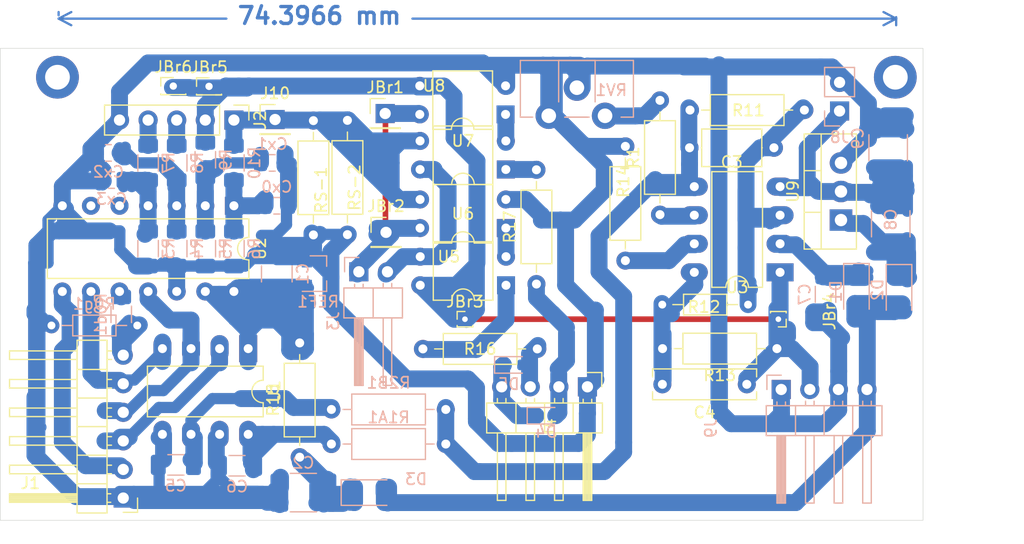
<source format=kicad_pcb>
(kicad_pcb (version 20240108) (generator "pcbnew") (generator_version "8.0")
  (layers (0 "F.Cu" signal) (31 "B.Cu" signal) (34 "B.Paste" user) (35 "F.Paste" user) (36 "B.SilkS" user "B.Silkscreen") (37 "F.SilkS" user "F.Silkscreen") (38 "B.Mask" user) (39 "F.Mask" user) (44 "Edge.Cuts" user))
  (net 0 "")
  (net 1 "GND")
  (net 2 "Net-(REF1-VR)")
  (net 3 "Net-(D3-K)")
  (net 4 "Net-(U3-OutB)")
  (net 5 "Net-(U3--InB)")
  (net 6 "Net-(J2-Pin_2)")
  (net 7 "Net-(U3--InA)")
  (net 8 "Net-(U1-VA)")
  (net 9 "Net-(U1-VB)")
  (net 10 "Net-(D1-K)")
  (net 11 "Net-(D2-K)")
  (net 12 "Net-(R16-Pad2)")
  (net 13 "Net-(R17-Pad2)")
  (net 14 "Net-(U2-CH0)")
  (net 15 "Net-(U2-CH1)")
  (net 16 "Net-(U2-CH2)")
  (net 17 "Net-(U2-CH3)")
  (net 18 "VSS")
  (net 19 "-5V")
  (net 20 "Net-(D4-K)")
  (net 21 "Net-(D4-A)")
  (net 22 "Net-(D5-A)")
  (net 23 "Net-(J1-Pin_2)")
  (net 24 "Net-(J1-Pin_3)")
  (net 25 "Net-(J1-Pin_4)")
  (net 26 "Net-(U7-Pad2)")
  (net 27 "Net-(U2-Dout)")
  (net 28 "Net-(J1-Pin_5)")
  (net 29 "Net-(J1-Pin_6)")
  (net 30 "Net-(J10-Pin_1)")
  (net 31 "Net-(J2-Pin_3)")
  (net 32 "Net-(J2-Pin_4)")
  (net 33 "Net-(J3-Pin_1)")
  (net 34 "Net-(J3-Pin_2)")
  (net 35 "Net-(U3-+InA)")
  (net 36 "Net-(U3-+InB)")
  (net 39 "Net-(R1-Pad2)")
  (net 40 "Net-(U5-Pad2)")
  (footprint "Capacitor_THT:C_Axial_L5.1mm_D3.1mm_P7.50mm_Horizontal" (layer "F.Cu") (at 140.6814 36.7538 180)
    (property "Reference" "C3")
    (property "Value" "10pF")
  )
  (footprint "Connector_PinHeader_2.54mm:PinHeader_1x06_P2.54mm_Horizontal" (layer "F.Cu") (at 82.8802 67.8942 180)
    (property "Reference" "J1")
    (property "Value" "Conn_SPI_Gnd")
  )
  (footprint "Resistor_THT:R_Axial_DIN0207_L6.3mm_D2.5mm_P10.16mm_Horizontal" (layer "F.Cu") (at 143.383 33.401 180)
    (property "Reference" "R11")
    (property "Value" "4k")
  )
  (footprint "Resistor_THT:R_Axial_DIN0207_L6.3mm_D2.5mm_P10.16mm_Horizontal" (layer "F.Cu") (at 102.7938 44.4754 90)
    (property "Reference" "RS-2")
    (property "Value" "100")
  )
  (footprint "Resistor_THT:R_Axial_DIN0207_L6.3mm_D2.5mm_P10.16mm_Horizontal" (layer "F.Cu") (at 119.6594 54.6354 180)
    (property "Reference" "R16")
    (property "Value" "680")
  )
  (footprint "Resistor_THT:R_Axial_DIN0207_L6.3mm_D2.5mm_P10.16mm_Horizontal" (layer "F.Cu") (at 98.552 64.262 90)
    (property "Reference" "R15")
    (property "Value" "2.7k")
  )
  (footprint "Package_DIP:DIP-14_W7.62mm" (layer "F.Cu") (at 92.71 41.91 -90)
    (property "Reference" "U2")
    (property "Value" "MCP3204")
  )
  (footprint "Package_DIP:DIP-8_W7.62mm_LongPads" (layer "F.Cu") (at 141.224 47.8282 180)
    (property "Reference" "U3")
    (property "Value" "TCA0372")
  )
  (footprint "Package_DIP:DIP-4_W7.62mm" (layer "F.Cu") (at 116.8654 43.8912 180)
    (property "Reference" "U6")
    (property "Value" "TLP222A")
  )
  (footprint "Package_DIP:DIP-4_W7.62mm" (layer "F.Cu") (at 116.8808 48.9762 180)
    (property "Reference" "U5")
    (property "Value" "TLP222A")
  )
  (footprint "Package_DIP:DIP-8_W7.62mm_LongPads" (layer "F.Cu") (at 93.98 54.61 -90)
    (property "Reference" "U1")
    (property "Value" "MCP4822")
  )
  (footprint "Connector_PinHeader_2.54mm:PinHeader_1x05_P2.54mm_Vertical" (layer "F.Cu") (at 92.71 34.29 -90)
    (property "Reference" "J2")
    (property "Value" "Conn_ADC_0_3_Gnd")
  )
  (footprint "Resistor_THT:R_Axial_DIN0207_L6.3mm_D2.5mm_P10.16mm_Horizontal" (layer "F.Cu") (at 127.4826 46.7868 90)
    (property "Reference" "R14")
    (property "Value" "10k")
  )
  (footprint "Resistor_THT:R_Axial_DIN0207_L6.3mm_D2.5mm_P10.16mm_Horizontal" (layer "F.Cu") (at 99.7712 44.5008 90)
    (property "Reference" "RS-1")
    (property "Value" "100")
  )
  (footprint "Package_TO_SOT_THT:TO-220-3_Vertical" (layer "F.Cu") (at 146.6342 43.18 90)
    (property "Reference" "U9")
    (property "Value" "LMO78_05-0.5")
  )
  (footprint "Resistor_THT:R_Axial_DIN0204_L3.6mm_D1.6mm_P7.62mm_Horizontal" (layer "F.Cu") (at 138.3792 50.6984 180)
    (property "Reference" "R12")
    (property "Value" "10k")
  )
  (footprint "Connector_PinHeader_2.54mm:PinHeader_1x01_P2.54mm_Vertical" (layer "F.Cu") (at 96.3676 34.2392)
    (property "Reference" "J10")
    (property "Value" "ADC0")
  )
  (footprint "Resistor_THT:R_Axial_DIN0207_L6.3mm_D2.5mm_P10.16mm_Horizontal" (layer "F.Cu") (at 119.5832 48.8696 90)
    (property "Reference" "R17")
    (property "Value" "680")
  )
  (footprint "Package_DIP:DIP-4_W7.62mm" (layer "F.Cu") (at 116.8654 38.6842 180)
    (property "Reference" "U7")
    (property "Value" "TLP222A")
  )
  (footprint "Package_DIP:DIP-4_W7.62mm" (layer "F.Cu") (at 116.84 33.787 180)
    (property "Reference" "U8")
    (property "Value" "TLP222A")
  )
  (footprint "Capacitor_THT:C_Rect_L9.0mm_W2.5mm_P7.50mm_MKT" (layer "F.Cu") (at 138.2684 57.785 180)
    (property "Reference" "C4")
    (property "Value" "10pF")
  )
  (footprint "Connector_PinHeader_2.54mm:PinHeader_1x04_P2.54mm_Horizontal" (layer "F.Cu") (at 124.1138 58.0054 -90)
    (property "Reference" "J4")
    (property "Value" "SW_Pow_N_P_Gnd")
  )
  (footprint "Resistor_THT:R_Axial_DIN0207_L6.3mm_D2.5mm_P10.16mm_Horizontal" (layer "F.Cu") (at 140.9446 54.61 180)
    (property "Reference" "R13")
    (property "Value" "50k")
  )
  (footprint "Connector_PinHeader_2.54mm:PinHeader_1x01_P2.54mm_Vertical" (layer "F.Cu") (at 106.1466 33.7058)
    (property "Reference" "JBr1")
    (property "Value" "U8_4")
  )
  (footprint "Connector_PinHeader_2.54mm:PinHeader_1x01_P2.54mm_Vertical" (layer "F.Cu") (at 106.2228 44.2722)
    (property "Reference" "JBr2")
    (property "Value" "U6_4")
  )
  (footprint "Connector_PinHeader_1.00mm:PinHeader_1x01_P1.00mm_Vertical" (layer "F.Cu") (at 113.2332 51.9938)
    (property "Reference" "JBr3")
    (property "Value" "U5_4")
  )
  (footprint "Connector_PinHeader_1.00mm:PinHeader_1x01_P1.00mm_Vertical" (layer "F.Cu") (at 141.0716 51.9938 180)
    (property "Reference" "JBr4")
    (property "Value" "OutA")
  )
  (footprint "MountingHole:MountingHole_2.2mm_M2_DIN965_Pad" (layer "F.Cu") (at 77.0382 30.48)
    (property "Reference" "" (hide yes))
    (property "Value" "M2")
  )
  (footprint "MountingHole:MountingHole_2.2mm_M2_DIN965_Pad" (layer "F.Cu") (at 151.4602 30.48)
    (property "Reference" "" (hide yes))
    (property "Value" "M2")
  )
  (footprint "Connector_PinHeader_1.27mm:PinHeader_1x01_P1.27mm_Vertical" (layer "F.Cu") (at 90.5002 31.2928)
    (property "Reference" "JBr5")
    (property "Value" "OutA")
  )
  (footprint "Resistor_THT:R_Axial_DIN0207_L6.3mm_D2.5mm_P10.16mm_Horizontal" (layer "F.Cu") (at 130.556 42.6974 90)
    (property "Reference" "R1")
    (property "Value" "499")
  )
  (footprint "Connector_PinHeader_1.27mm:PinHeader_1x01_P1.27mm_Vertical" (layer "F.Cu") (at 87.3252 31.2674)
    (property "Reference" "JBr6")
    (property "Value" "OutA")
  )
  (footprint "Capacitor_SMD:C_1210_3225Metric_Pad1.33x2.70mm_HandSolder" (layer "B.Cu") (at 96.52 47.9675 90)
    (property "Reference" "C1")
    (property "Value" "10uF")
  )
  (footprint "Capacitor_SMD:C_1812_4532Metric_Pad1.57x3.40mm_HandSolder" (layer "B.Cu") (at 98.8822 67.4116 180)
    (property "Reference" "C2")
    (property "Value" "10uF")
  )
  (footprint "Resistor_SMD:R_1206_3216Metric_Pad1.30x1.75mm_HandSolder" (layer "B.Cu") (at 85.09 45.72 90)
    (property "Reference" "R3")
    (property "Value" "10k")
  )
  (footprint "Resistor_SMD:R_1206_3216Metric_Pad1.30x1.75mm_HandSolder" (layer "B.Cu") (at 87.63 45.72 90)
    (property "Reference" "R4")
    (property "Value" "10k")
  )
  (footprint "Resistor_SMD:R_1206_3216Metric_Pad1.30x1.75mm_HandSolder" (layer "B.Cu") (at 90.17 45.72 90)
    (property "Reference" "R5")
    (property "Value" "10k")
  )
  (footprint "Resistor_SMD:R_1206_3216Metric_Pad1.30x1.75mm_HandSolder" (layer "B.Cu") (at 92.71 45.72 90)
    (property "Reference" "R6")
    (property "Value" "10k")
  )
  (footprint "Resistor_SMD:R_1206_3216Metric_Pad1.30x1.75mm_HandSolder" (layer "B.Cu") (at 85.09 38.1 90)
    (property "Reference" "R7")
    (property "Value" "10k")
  )
  (footprint "Resistor_SMD:R_1206_3216Metric_Pad1.30x1.75mm_HandSolder" (layer "B.Cu") (at 87.63 38.1 90)
    (property "Reference" "R8")
    (property "Value" "20k")
  )
  (footprint "Resistor_SMD:R_1206_3216Metric_Pad1.30x1.75mm_HandSolder" (layer "B.Cu") (at 90.17 37.82 90)
    (property "Reference" "R9")
    (property "Value" "20k")
  )
  (footprint "Resistor_SMD:R_1206_3216Metric_Pad1.30x1.75mm_HandSolder" (layer "B.Cu") (at 92.71 38.1 90)
    (property "Reference" "R10")
    (property "Value" "10k")
  )
  (footprint "Package_TO_SOT_SMD:SOT-23" (layer "B.Cu") (at 100.187 47.94)
    (property "Reference" "REF1")
    (property "Value" "ZRB500_5")
  )
  (footprint "Capacitor_SMD:C_1206_3216Metric_Pad1.33x1.80mm_HandSolder" (layer "B.Cu") (at 87.5538 64.9478)
    (property "Reference" "C5")
    (property "Value" "10nF")
  )
  (footprint "Capacitor_SMD:C_1206_3216Metric_Pad1.33x1.80mm_HandSolder" (layer "B.Cu") (at 92.9894 65.024)
    (property "Reference" "C6")
    (property "Value" "10nF")
  )
  (footprint "Capacitor_SMD:C_1206_3216Metric_Pad1.33x1.80mm_HandSolder" (layer "B.Cu") (at 145.2626 49.784 -90)
    (property "Reference" "C7")
    (property "Value" "10uF")
  )
  (footprint "Diode_SMD:D_1206_3216Metric_Pad1.42x1.75mm_HandSolder" (layer "B.Cu") (at 148.0058 49.5046 -90)
    (property "Reference" "D1")
    (property "Value" "Shottky")
  )
  (footprint "Connector_PinHeader_2.54mm:PinHeader_1x02_P2.54mm_Horizontal" (layer "B.Cu") (at 103.8098 47.7774 -90)
    (property "Reference" "J3")
    (property "Value" "Conn_C_E")
  )
  (footprint "Connector_PinHeader_2.54mm:PinHeader_1x02_P2.54mm_Vertical" (layer "B.Cu") (at 146.5072 33.4822)
    (property "Reference" "J8")
    (property "Value" "Conn_Gnd-5V")
  )
  (footprint "Diode_SMD:D_1206_3216Metric_Pad1.42x1.75mm_HandSolder" (layer "B.Cu") (at 151.7904 49.5951 -90)
    (property "Reference" "D2")
    (property "Value" "Shottky")
  )
  (footprint "Capacitor_SMD:C_0805_2012Metric_Pad1.18x1.45mm_HandSolder" (layer "B.Cu") (at 96.52 41.91 180)
    (property "Reference" "Cx0")
    (property "Value" "10nF")
  )
  (footprint "Capacitor_SMD:C_0805_2012Metric_Pad1.18x1.45mm_HandSolder" (layer "B.Cu") (at 96.1125 38.1 180)
    (property "Reference" "Cx1")
    (property "Value" "10nF")
  )
  (footprint "Capacitor_SMD:C_1812_4532Metric_Pad1.57x3.40mm_HandSolder" (layer "B.Cu") (at 151.0538 43.5102 90)
    (property "Reference" "C8")
    (property "Value" "20uF")
  )
  (footprint "Capacitor_SMD:C_1812_4532Metric_Pad1.57x3.40mm_HandSolder" (layer "B.Cu") (at 150.8252 36.7538 -90)
    (property "Reference" "C9")
    (property "Value" "20uF")
  )
  (footprint "Resistor_THT:R_Axial_DIN0207_L6.3mm_D2.5mm_P10.16mm_Horizontal" (layer "B.Cu") (at 111.5314 63.0936 180)
    (property "Reference" "R1A1")
    (property "Value" "20k")
  )
  (footprint "Resistor_THT:R_Axial_DIN0207_L6.3mm_D2.5mm_P10.16mm_Horizontal" (layer "B.Cu") (at 111.5314 60.0202 180)
    (property "Reference" "R2B1")
    (property "Value" "2k")
  )
  (footprint "Connector_PinHeader_2.54mm:PinHeader_1x04_P2.54mm_Horizontal" (layer "B.Cu") (at 141.3256 58.2422 -90)
    (property "Reference" "J9")
    (property "Value" "Conn_Gnd_OutA_Gnd_15V")
  )
  (footprint "Diode_SMD:D_1206_3216Metric_Pad1.42x1.75mm_HandSolder" (layer "B.Cu") (at 104.6988 67.4116)
    (property "Reference" "D3")
    (property "Value" "Shottky")
  )
  (footprint "Potentiometer_THT:Potentiometer_ACP_CA9-H2,5_Horizontal" (layer "B.Cu") (at 125.6754 33.909 90)
    (property "Reference" "RV1")
    (property "Value" "500")
  )
  (footprint "Diode_SMD:D_0603_1608Metric_Pad1.05x0.95mm_HandSolder" (layer "B.Cu") (at 120.4214 60.579)
    (property "Reference" "D4")
    (property "Value" "Shottky")
  )
  (footprint "Resistor_SMD:R_1206_3216Metric_Pad1.30x1.75mm_HandSolder" (layer "B.Cu") (at 82.7024 51.5614 -90)
    (property "Reference" "R0d1")
    (property "Value" "5k")
  )
  (footprint "Capacitor_SMD:C_0805_2012Metric_Pad1.18x1.45mm_HandSolder" (layer "B.Cu") (at 81.5594 37.211)
    (property "Reference" "Cx2")
    (property "Value" "10nF")
  )
  (footprint "Diode_SMD:D_0603_1608Metric_Pad1.05x0.95mm_HandSolder" (layer "B.Cu") (at 117.5258 56.0578)
    (property "Reference" "D5")
    (property "Value" "Shottky")
  )
  (footprint "Capacitor_SMD:C_0805_2012Metric_Pad1.18x1.45mm_HandSolder" (layer "B.Cu") (at 81.8388 39.624)
    (property "Reference" "Cx3")
    (property "Value" "10nF")
  )
  (footprint "Resistor_THT:R_Axial_DIN0204_L3.6mm_D1.6mm_P7.62mm_Horizontal" (layer "B.Cu") (at 84.1248 52.5526 180)
    (property "Reference" "R0g1")
    (property "Value" "10k")
  )
  (gr_rect (start 71.9582 27.9146) (end 153.924 69.8754) (stroke (width 0.05)) (fill none) (layer "Edge.Cuts"))
  (dimension (type orthogonal) (layer "B.Cu") (pts (xy 77.1398 25.4762) (xy 151.5364 24.638)) (height -0.2032) (orientation 0) (gr_text "74,3966 mm" (at 100.3046 25.019 0) (layer "B.Cu") (effects (font (size 1.5 1.5) (thickness 0.3)))) (format (prefix "") (suffix "") (units 3) (units_format 1) (precision 4)) (style (thickness 0.2) (arrow_length 1.27) (text_position_mode 2) (extension_height 0.58642) (extension_offset 0.5) keep_text_aligned))
  (segment (start 75.21 45.44) (end 75.21 64.2626) (width 1.5) (layer "B.Cu") (net 1))
  (segment (start 77.47 41.91) (end 77.47 41.0475) (width 1) (layer "B.Cu") (net 1))
  (segment (start 146.129475 53.082725) (end 145.786575 52.739825) (width 1.5) (layer "B.Cu") (net 1))
  (segment (start 122.5804 29.4132) (end 121.0564 29.4132) (width 1.5) (layer "B.Cu") (net 1))
  (segment (start 122.174 48.9712) (end 124.3838 51.181) (width 1.5) (layer "B.Cu") (net 1))
  (segment (start 149.0726 35.9537) (end 149.0726 32.7787) (width 1.5) (layer "B.Cu") (net 1))
  (segment (start 123.6472 29.9466) (end 124.1044 29.4894) (width 1.5) (layer "B.Cu") (net 1))
  (segment (start 96.8502 66.0439) (end 96.8502 66.9544) (width 1.5) (layer "B.Cu") (net 1))
  (segment (start 80.01 38.1) (end 80.01 36.83) (width 1.5) (layer "B.Cu") (net 1))
  (segment (start 125.603 38.3286) (end 123.7234 36.449) (width 1.5) (layer "B.Cu") (net 1))
  (segment (start 124.1044 60.3648) (end 124.1044 62.2808) (width 1.5) (layer "B.Cu") (net 1))
  (segment (start 97.5575 38.6825) (end 97.5575 41.91) (width 1.5) (layer "B.Cu") (net 1))
  (segment (start 121.173 29.5298) (end 121.0564 29.4132) (width 1.5) (layer "B.Cu") (net 1))
  (segment (start 75.21 45.44) (end 76.2 44.45) (width 1.5) (layer "B.Cu") (net 1))
  (segment (start 82.55 67.31) (end 83.82 67.31) (width 1) (layer "B.Cu") (net 1))
  (segment (start 77.47 41.91) (end 77.7494 42.1894) (width 1.5) (layer "B.Cu") (net 1))
  (segment (start 125.603 40.5384) (end 125.603 40.3352) (width 1.5) (layer "B.Cu") (net 1))
  (segment (start 78.1315 39.5235) (end 80.4175 37.2375) (width 1.5) (layer "B.Cu") (net 1))
  (segment (start 101.33 47.26) (end 101.33 45.99) (width 1) (layer "B.Cu") (net 1))
  (segment (start 91.1475 64.77) (end 91.1475 65.7475) (width 1) (layer "B.Cu") (net 1))
  (segment (start 97.3825 41.91) (end 97.3825 43.5875) (width 1) (layer "B.Cu") (net 1))
  (segment (start 95.5294 68.1736) (end 96.5454 67.1576) (width 1.5) (layer "B.Cu") (net 1))
  (segment (start 125.603 40.5384) (end 125.603 38.3286) (width 1.5) (layer "B.Cu") (net 1))
  (segment (start 100.83 47.76) (end 101.33 48.26) (width 1) (layer "B.Cu") (net 1))
  (segment (start 80.9879 35.8521) (end 82.55 34.29) (width 1.5) (layer "B.Cu") (net 1))
  (segment (start 82.7278 67.7672) (end 78.7146 67.7672) (width 1.5) (layer "B.Cu") (net 1))
  (segment (start 91.1475 65.7475) (end 91.1475 66.3325) (width 1) (layer "B.Cu") (net 1))
  (segment (start 146.431 58.1406) (end 146.431 56.6166) (width 1.5) (layer "B.Cu") (net 1))
  (segment (start 97.3825 43.5875) (end 96.43 44.54) (width 1) (layer "B.Cu") (net 1))
  (segment (start 145.4912 51.1941) (end 145.4912 52.44445) (width 1.5) (layer "B.Cu") (net 1))
  (segment (start 121.0564 29.4132) (end 120.1674 29.4132) (width 1.5) (layer "B.Cu") (net 1))
  (segment (start 120.6754 33.909) (end 120.6754 29.9212) (width 1.5) (layer "B.Cu") (net 1))
  (segment (start 135.7944 29.3723) (end 135.7944 50.5908) (width 1.5) (layer "B.Cu") (net 1))
  (segment (start 136.8806 61.2902) (end 135.8392 60.2488) (width 1.5) (layer "B.Cu") (net 1))
  (segment (start 119.196663 41.929863) (end 118.618 41.3512) (width 1.5) (layer "B.Cu") (net 1))
  (segment (start 124.1138 58.0054) (end 124.1138 60.3554) (width 1.5) (layer "B.Cu") (net 1))
  (segment (start 81.1061 39.7002) (end 78.3082 39.7002) (width 1.5) (layer "B.Cu") (net 1))
  (segment (start 123.1754 31.409) (end 123.1754 30.0082) (width 1.5) (layer "B.Cu") (net 1))
  (segment (start 75.037 51.5166) (end 75.037 51.1556) (width 1.5) (layer "B.Cu") (net 1))
  (segment (start 97.2566 38.3816) (end 97.2566 37.2618) (width 1.5) (layer "B.Cu") (net 1))
  (segment (start 77.47 41.91) (end 79.7052 44.1452) (width 1) (layer "B.Cu") (net 1))
  (segment (start 96.43 44.54) (end 95.16 44.54) (width 1) (layer "B.Cu") (net 1))
  (segment (start 92.71 67.31) (end 91.44 67.31) (width 1) (layer "B.Cu") (net 1))
  (segment (start 76.2254 52.3494) (end 75.8698 52.3494) (width 1.5) (layer "B.Cu") (net 1))
  (segment (start 121.173 33.931) (end 121.173 29.5298) (width 1.5) (layer "B.Cu") (net 1))
  (segment (start 97.5575 38.6825) (end 97.2566 38.3816) (width 1.5) (layer "B.Cu") (net 1))
  (segment (start 145.831631 29.56755) (end 144.8308 29.56755) (width 1.5) (layer "B.Cu") (net 1))
  (segment (start 144.2081 52.3109) (end 145.35765 52.3109) (width 1.5) (layer "B.Cu") (net 1))
  (segment (start 77.7494 43.5864) (end 77.1906 44.1452) (width 1.5) (layer "B.Cu") (net 1))
  (segment (start 150.31915 34.16105) (end 150.38265 34.22455) (width 1.5) (layer "B.Cu") (net 1))
  (segment (start 81.1061 39.7002) (end 81.1061 38.7886) (width 1) (layer "B.Cu") (net 1))
  (segment (start 120.1674 29.4132) (end 115.0062 29.4132) (width 1.5) (layer "B.Cu") (net 1))
  (segment (start 76.2 46.99) (end 74.93 46.99) (width 1) (layer "B.Cu") (net 1))
  (segment (start 75.037 64.0896) (end 75.037 58.908) (width 1.5) (layer "B.Cu") (net 1))
  (segment (start 144.8308 29.56755) (end 132.68765 29.56755) (width 1.5) (layer "B.Cu") (net 1))
  (segment (start 98.0571 46.0379) (end 98.3996 46.3804) (width 1.5) (layer "B.Cu") (net 1))
  (segment (start 96.52 45.4275) (end 99.3075 45.4275) (width 1.5) (layer "B.Cu") (net 1))
  (segment (start 83.82 67.31) (end 86.36 67.31) (width 1) (layer "B.Cu") (net 1))
  (segment (start 83.87275 68.1228) (end 95.45125 68.1228) (width 1.5) (layer "B.Cu") (net 1))
  (segment (start 77.7494 42.1894) (end 77.7494 43.5864) (width 1.5) (layer "B.Cu") (net 1))
  (segment (start 91.1475 64.77) (end 91.1475 62.5225) (width 1.5) (layer "B.Cu") (net 1))
  (segment (start 123.8688 36.6268) (end 121.173 33.931) (width 1.5) (layer "B.Cu") (net 1))
  (segment (start 76.5048 44.1452) (end 76.2 44.45) (width 1.5) (layer "B.Cu") (net 1))
  (segment (start 99.6442 46.1928) (end 99.6442 44.3328) (width 1.5) (layer "B.Cu") (net 1))
  (segment (start 149.0726 35.9537) (end 148.7805 35.9537) (width 1.5) (layer "B.Cu") (net 1))
  (segment (start 146.69155 53.6448) (end 146.129475 53.082725) (width 1.5) (layer "B.Cu") (net 1))
  (segment (start 116.205 63.0428) (end 116.205 62.8396) (width 1.5) (layer "B.Cu") (net 1))
  (segment (start 95.65835 68.2752) (end 96.82285 68.2752) (width 1.5) (layer "B.Cu") (net 1))
  (segment (start 80.5219 37.211) (end 80.5219 38.96805) (width 1) (layer "B.Cu") (net 1))
  (segment (start 75.8698 52.3494) (end 75.037 51.5166) (width 1.5) (layer "B.Cu") (net 1))
  (segment (start 135.8392 56.1086) (end 135.8392 59.3852) (width 1.5) (layer "B.Cu") (net 1))
  (segment (start 91.1475 66.3325) (end 90.17 67.31) (width 1) (layer "B.Cu") (net 1))
  (segment (start 86.36 67.31) (end 90.17 67.31) (width 1) (layer "B.Cu") (net 1))
  (segment (start 80.4175 36.4225) (end 80.9879 35.8521) (width 1.5) (layer "B.Cu") (net 1))
  (segment (start 135.8392 59.3852) (end 135.8392 60.2488) (width 1.5) (layer "B.Cu") (net 1))
  (segment (start 93.7 47.27) (end 94.615 46.355) (width 1) (layer "B.Cu") (net 1))
  (segment (start 150.5712 33.909) (end 152.3492 33.909) (width 1.5) (layer "B.Cu") (net 1))
  (segment (start 122.174 43.6372) (end 122.174 48.9712) (width 1.5) (layer "B.Cu") (net 1))
  (segment (start 76.2 46.99) (end 76.2 44.45) (width 1) (layer "B.Cu") (net 1))
  (segment (start 77.47 40.185) (end 78.1315 39.5235) (width 1.5) (layer "B.Cu") (net 1))
  (segment (start 148.7805 35.9537) (end 146.6342 38.1) (width 1.5) (layer "B.Cu") (net 1))
  (segment (start 90.17 67.31) (end 91.44 67.31) (width 1) (layer "B.Cu") (net 1))
  (segment (start 145.2626 51.3465) (end 144.2081 51.3465) (width 1.5) (layer "B.Cu") (net 1))
  (segment (start 148.8694 32.605319) (end 145.831631 29.56755) (width 1.5) (layer "B.Cu") (net 1))
  (segment (start 93.98 67.31) (end 92.71 67.31) (width 1) (layer "B.Cu") (net 1))
  (segment (start 97.79 38.1) (end 97.79 41.5025) (width 1) (layer "B.Cu") (net 1))
  (segment (start 77.1906 44.1452) (end 76.5048 44.1452) (width 1.5) (layer "B.Cu") (net 1))
  (segment (start 80.5219 37.211) (end 80.5219 36.5269) (width 1) (layer "B.Cu") (net 1))
  (segment (start 121.7168 43.18) (end 122.174 43.6372) (width 1.5) (layer "B.Cu") (net 1))
  (segment (start 86.0675 62.5225) (end 86.36 62.23) (width 1.5) (layer "B.Cu") (net 1))
  (segment (start 82.5754 45.7968) (end 84.0486 47.27) (width 1) (layer "B.Cu") (net 1))
  (segment (start 87.63 47.27) (end 92.71 47.27) (width 1) (layer "B.Cu") (net 1))
  (segment (start 80.4175 38.1) (end 80.4175 36.4225) (width 1.5) (layer "B.Cu") (net 1))
  (segment (start 146.69155 53.6448) (end 145.786575 52.739825) (width 1.5) (layer "B.Cu") (net 1))
  (segment (start 81.1061 38.7886) (end 80.4175 38.1) (width 1.5) (layer "B.Cu") (net 1))
  (segment (start 76.2 43.18) (end 77.47 41.91) (width 1) (layer "B.Cu") (net 1))
  (segment (start 123.3424 63.0428) (end 117.3734 63.0428) (width 1.5) (layer "B.Cu") (net 1))
  (segment (start 124.8156 51.181) (end 124.8156 56.896) (width 1.5) (layer "B.Cu") (net 1))
  (segment (start 78.3082 39.7002) (end 78.1315 39.5235) (width 1.5) (layer "B.Cu") (net 1))
  (segment (start 76.2 44.45) (end 76.2 43.18) (width 1) (layer "B.Cu") (net 1))
  (segment (start 122.9614 43.18) (end 121.7168 43.18) (width 1.5) (layer "B.Cu") (net 1))
  (segment (start 86.0675 67.0175) (end 86.36 67.31) (width 1) (layer "B.Cu") (net 1))
  (segment (start 80.7466 40.05525) (end 80.7466 39.19275) (width 1) (layer "B.Cu") (net 1))
  (segment (start 145.786575 52.739825) (end 145.542 52.49525) (width 1.5) (layer "B.Cu") (net 1))
  (segment (start 91.1475 66.3325) (end 91.1475 64.77) (width 1) (layer "B.Cu") (net 1))
  (segment (start 114.2492 58.0644) (end 113.4872 57.3024) (width 1.5) (layer "B.Cu") (net 1))
  (segment (start 87.63 47.27) (end 84.0486 47.27) (width 1) (layer "B.Cu") (net 1))
  (segment (start 92.71 47.27) (end 93.7 47.27) (width 1) (layer "B.Cu") (net 1))
  (segment (start 80.5219 36.5269) (end 80.4175 36.4225) (width 1) (layer "B.Cu") (net 1))
  (segment (start 127.4826 36.6268) (end 123.8688 36.6268) (width 1.5) (layer "B.Cu") (net 1))
  (segment (start 100.0375 46.6975) (end 100.0375 44.7425) (width 1) (layer "B.Cu") (net 1))
  (segment (start 100.33 46.405) (end 100.0375 46.6975) (width 1) (layer "B.Cu") (net 1))
  (segment (start 124.1044 58.1162) (end 124.8664 57.3542) (width 1.5) (layer "B.Cu") (net 1))
  (segment (start 152.2476 33.9598) (end 152.2476 35.2083) (width 1.5) (layer "B.Cu") (net 1))
  (segment (start 101.33 48.26) (end 101.33 49.784) (width 1.5) (layer "B.Cu") (net 1))
  (segment (start 146.431 53.38425) (end 145.786575 52.739825) (width 1.5) (layer "B.Cu") (net 1))
  (segment (start 117.3734 63.0428) (end 116.205 63.0428) (width 1.5) (layer "B.Cu") (net 1))
  (segment (start 149.8092 33.9305) (end 149.8092 35.179) (width 1.5) (layer "B.Cu") (net 1))
  (segment (start 78.7146 67.7672) (end 76.3778 65.4304) (width 1.5) (layer "B.Cu") (net 1))
  (segment (start 115.0062 29.4132) (end 114.803 29.21) (width 1.5) (layer "B.Cu") (net 1))
  (segment (start 85.09 29.21) (end 82.55 31.75) (width 1.5) (layer "B.Cu") (net 1))
  (segment (start 96.975 38.1) (end 97.79 38.1) (width 1) (layer "B.Cu") (net 1))
  (segment (start 113.4872 57.3024) (end 108.0008 57.3024) (width 1.5) (layer "B.Cu") (net 1))
  (segment (start 124.3838 51.181) (end 124.8156 51.181) (width 1.5) (layer "B.Cu") (net 1))
  (segment (start 124.1044 29.4894) (end 134.57115 29.4894) (width 1.5) (layer "B.Cu") (net 1))
  (segment (start 97.79 41.5025) (end 97.3825 41.91) (width 1) (layer "B.Cu") (net 1))
  (segment (start 114.2492 61.087) (end 116.205 63.0428) (width 1.5) (layer "B.Cu") (net 1))
  (segment (start 86.0675 64.77) (end 86.0675 67.0175) (width 1) (layer "B.Cu") (net 1))
  (segment (start 99.3525 46.6975) (end 100.0375 46.6975) (width 1) (layer "B.Cu") (net 1))
  (segment (start 74.93 60.96) (end 75.565 61.595) (width 1) (layer "B.Cu") (net 1))
  (segment (start 141.351 60.4266) (end 140.4874 61.2902) (width 1.5) (layer "B.Cu") (net 1))
  (segment (start 76.3778 65.4304) (end 75.037 64.0896) (width 1.5) (layer "B.Cu") (net 1))
  (segment (start 86.36 46.99) (end 87.63 46.99) (width 1) (layer "B.Cu") (net 1))
  (segment (start 100.0375 44.7425) (end 100.33 44.45) (width 1) (layer "B.Cu") (net 1))
  (segment (start 82.55 31.75) (end 82.55 34.29) (width 1.5) (layer "B.Cu") (net 1))
  (segment (start 74.93 46.99) (end 74.93 60.96) (width 1) (layer "B.Cu") (net 1))
  (segment (start 146.431 60.071) (end 146.431 58.1406) (width 1.5) (layer "B.Cu") (net 1))
  (segment (start 101.33 45.99) (end 101.33 48.26) (width 1.5) (layer "B.Cu") (net 1))
  (segment (start 120.022037 43.18) (end 120.022037 42.729837) (width 1.5) (layer "B.Cu") (net 1))
  (segment (start 116.205 62.8396) (end 114.7938 61.4284) (width 1.5) (layer "B.Cu") (net 1))
  (segment (start 116.9416 30.0228) (end 116.9416 31.2928) (width 1.5) (layer "B.Cu") (net 1))
  (segment (start 140.4874 61.2902) (end 145.2118 61.2902) (width 1.5) (layer "B.Cu") (net 1))
  (segment (start 123.7234 36.449) (end 123.6764 36.449) (width 1.5) (layer "B.Cu") (net 1))
  (segment (start 99.7675 46.6975) (end 100.83 47.76) (width 1) (layer "B.Cu") (net 1))
  (segment (start 101.33 50.6316) (end 101.33 49.784) (width 1.5) (layer "B.Cu") (net 1))
  (segment (start 135.7944 50.5908) (end 135.7944 59.3404) (width 1.5) (layer "B.Cu") (net 1))
  (segment (start 123.6764 36.449) (end 121.1472 33.9198) (width 1.5) (layer "B.Cu") (net 1))
  (segment (start 114.803 29.21) (end 85.09 29.21) (width 1.5) (layer "B.Cu") (net 1))
  (segment (start 125.603 40.5384) (end 122.9614 43.18) (width 1.5) (layer "B.Cu") (net 1))
  (segment (start 75.21 61.24) (end 75.21 45.44) (width 1.5) (layer "B.Cu") (net 1))
  (segment (start 95.5425 45.4275) (end 96.52 45.4275) (width 1) (layer "B.Cu") (net 1))
  (segment (start 96.4145 67.564) (end 96.52 67.6695) (width 1.5) (layer "B.Cu") (net 1))
  (segment (start 123.1754 30.0082) (end 122.5804 29.4132) (width 1.5) (layer "B.Cu") (net 1))
  (segment (start 79.7052 44.1452) (end 81.661 44.1452) (width 1) (layer "B.Cu") (net 1))
  (segment (start 91.1475 65.7475) (end 92.71 67.31) (width 1) (layer "B.Cu") (net 1))
  (segment (start 150.31915 34.228969) (end 150.31915 34.16105) (width 1.5) (layer "B.Cu") (net 1))
  (segment (start 101.33 46.72) (end 101.3075 46.6975) (width 1) (layer "B.Cu") (net 1))
  (segment (start 93.98 67.31) (end 95.25 67.31) (width 1) (layer "B.Cu") (net 1))
  (segment (start 150.9014 33.7058) (end 150.38265 34.22455) (width 1) (layer "B.Cu") (net 1))
  (segment (start 81.0514 40.0558) (end 81.0514 39.1933) (width 1) (layer "B.Cu") (net 1))
  (segment (start 119.996637 42.729837) (end 118.618 41.3512) (width 1.5) (layer "B.Cu") (net 1))
  (segment (start 114.2492 60.8838) (end 114.2492 58.0644) (width 1.5) (layer "B.Cu") (net 1))
  (segment (start 99.3075 45.4275) (end 99.33 45.45) (width 1.5) (layer "B.Cu") (net 1))
  (segment (start 99.33 45.45) (end 100.33 44.45) (width 1.5) (layer "B.Cu") (net 1))
  (segment (start 118.618 41.3512) (end 116.8654 41.3512) (width 1.5) (layer "B.Cu") (net 1))
  (segment (start 123.6472 31.4198) (end 123.6472 29.9466) (width 1.5) (layer "B.Cu") (net 1))
  (segment (start 135.7944 50.5908) (end 135.8392 50.6356) (width 1.5) (layer "B.Cu") (net 1))
  (segment (start 96.4145 67.564) (end 96.4145 67.2045) (width 1.5) (layer "B.Cu") (net 1))
  (segment (start 114.2492 58.0644) (end 114.2492 61.087) (width 1.5) (layer "B.Cu") (net 1))
  (segment (start 100.33 44.45) (end 102.87 44.45) (width 1) (layer "B.Cu") (net 1))
  (segment (start 93.98 67.31) (end 94.785 67.31) (width 1) (layer "B.Cu") (net 1))
  (segment (start 152.4 35.0774) (end 148.9925 35.0774) (width 1.5) (layer "B.Cu") (net 1))
  (segment (start 96.774 67.3139) (end 96.774 68.4784) (width 1.5) (layer "B.Cu") (net 1))
  (segment (start 80.4175 38.1) (end 80.01 38.1) (width 1) (layer "B.Cu") (net 1))
  (segment (start 101.33 48.26) (end 101.33 47.26) (width 1) (layer "B.Cu") (net 1))
  (segment (start 120.6754 29.9212) (end 120.1674 29.4132) (width 1.5) (layer "B.Cu") (net 1))
  (segment (start 145.542 51.33995) (end 145.542 52.49525) (width 1.5) (layer "B.Cu") (net 1))
  (segment (start 96.52 67.31) (end 93.98 67.31) (width 1) (layer "B.Cu") (net 1))
  (segment (start 99.3525 46.6975) (end 99.7675 46.6975) (width 1) (layer "B.Cu") (net 1))
  (segment (start 77.47 41.91) (end 77.47 40.185) (width 1.5) (layer "B.Cu") (net 1))
  (segment (start 94.615 46.355) (end 95.5425 45.4275) (width 1) (layer "B.Cu") (net 1))
  (segment (start 145.2118 61.2902) (end 146.431 60.071) (width 1.5) (layer "B.Cu") (net 1))
  (segment (start 135.7944 59.3404) (end 135.8392 59.3852) (width 1.5) (layer "B.Cu") (net 1))
  (segment (start 86.4616 64.47135) (end 86.4616 62.22385) (width 1.5) (layer "B.Cu") (net 1))
  (segment (start 96.52 46.6975) (end 98.0825 46.6975) (width 1) (layer "B.Cu") (net 1))
  (segment (start 124.1138 60.3554) (end 124.1044 60.3648) (width 1.5) (layer "B.Cu") (net 1))
  (segment (start 102.87 44.45) (end 101.33 45.99) (width 1.5) (layer "B.Cu") (net 1))
  (segment (start 80.01 36.83) (end 80.9879 35.8521) (width 1.5) (layer "B.Cu") (net 1))
  (segment (start 98.0825 46.6975) (end 99.3525 46.6975) (width 1) (layer "B.Cu") (net 1))
  (segment (start 146.431 56.6166) (end 146.431 53.38425) (width 1.5) (layer "B.Cu") (net 1))
  (segment (start 108.0008 57.3024) (end 101.33 50.6316) (width 1.5) (layer "B.Cu") (net 1))
  (segment (start 140.4874 61.2902) (end 136.8806 61.2902) (width 1.5) (layer "B.Cu") (net 1))
  (segment (start 144.2081 51.3465) (end 144.2081 52.3109) (width 1.5) (layer "B.Cu") (net 1))
  (segment (start 85.09 47.27) (end 84.0486 47.27) (width 1.5) (layer "B.Cu") (net 1))
  (segment (start 145.35765 52.3109) (end 145.786575 52.739825) (width 1.5) (layer "B.Cu") (net 1))
  (segment (start 145.4912 52.44445) (end 146.129475 53.082725) (width 1.5) (layer "B.Cu") (net 1))
  (segment (start 123.4313 29.4132) (end 122.5804 29.4132) (width 1.5) (layer "B.Cu") (net 1))
  (segment (start 94.615 46.355) (end 97.74 46.355) (width 1.5) (layer "B.Cu") (net 1))
  (segment (start 116.84 31.247) (end 114.803 29.21) (width 1.5) (layer "B.Cu") (net 1))
  (segment (start 121.7168 43.18) (end 120.022037 43.18) (width 1.5) (layer "B.Cu") (net 1))
  (segment (start 80.5219 38.96805) (end 80.7466 39.19275) (width 1) (layer "B.Cu") (net 1))
  (segment (start 146.431 53.38425) (end 145.35765 52.3109) (width 1.5) (layer "B.Cu") (net 1))
  (segment (start 124.1044 62.2808) (end 123.3424 63.0428) (width 1.5) (layer "B.Cu") (net 1))
  (segment (start 87.63 49.53) (end 87.63 47.27) (width 1.5) (layer "B.Cu") (net 1))
  (segment (start 81.661 44.1452) (end 77.1906 44.1452) (width 1.5) (layer "B.Cu") (net 1))
  (segment (start 120.022037 42.729837) (end 119.996637 42.729837) (width 1.5) (layer "B.Cu") (net 1))
  (segment (start 116.205 62.8396) (end 114.2492 60.8838) (width 1.5) (layer "B.Cu") (net 1))
  (segment (start 81.661 44.1452) (end 82.5754 44.1452) (width 1) (layer "B.Cu") (net 1))
  (segment (start 141.351 58.1406) (end 141.351 60.4266) (width 1.5) (layer "B.Cu") (net 1))
  (segment (start 91.1475 62.5225) (end 91.44 62.23) (width 1.5) (layer "B.Cu") (net 1))
  (segment (start 75.21 64.2626) (end 76.3778 65.4304) (width 1.5) (layer "B.Cu") (net 1))
  (segment (start 101.33 47.26) (end 101.33 46.72) (width 1) (layer "B.Cu") (net 1))
  (segment (start 82.5754 44.1452) (end 82.5754 45.7968) (width 1) (layer "B.Cu") (net 1))
  (segment (start 98.806 54.864) (end 99.06 54.61) (width 1.5) (layer "B.Cu") (net 2))
  (segment (start 97.4975 49.8225) (end 97.4975 49.53) (width 1) (layer "B.Cu") (net 2))
  (segment (start 99.06 54.61) (end 99.06 53.34) (width 1.5) (layer "B.Cu") (net 2))
  (segment (start 97.4975 49.8225) (end 97.79 49.53) (width 1) (layer "B.Cu") (net 2))
  (segment (start 92.71 52.07) (end 90.17 49.53) (width 1) (layer "B.Cu") (net 2))
  (segment (start 97.663 54.737) (end 97.663 53.213) (width 1.5) (layer "B.Cu") (net 2))
  (segment (start 92.71 52.07) (end 93.98 50.8) (width 1) (layer "B.Cu") (net 2))
  (segment (start 94.2725 51.0925) (end 94.2725 50.5075) (width 1) (layer "B.Cu") (net 2))
  (segment (start 93.35 48.89) (end 92.71 49.53) (width 1) (layer "B.Cu") (net 2))
  (segment (start 99.06 54.61) (end 97.663 53.213) (width 1.5) (layer "B.Cu") (net 2))
  (segment (start 93.98 53.34) (end 95.25 52.07) (width 1) (layer "B.Cu") (net 2))
  (segment (start 98.7175 49.8225) (end 99.33 49.21) (width 1) (layer "B.Cu") (net 2))
  (segment (start 97.79 52.07) (end 97.79 50.8) (width 1.5) (layer "B.Cu") (net 2))
  (segment (start 92.71 49.53) (end 92.71 50.8) (width 1) (layer "B.Cu") (net 2))
  (segment (start 96.03125 50.31125) (end 96.52 49.8225) (width 1) (layer "B.Cu") (net 2))
  (segment (start 97.79 52.07) (end 96.52 52.07) (width 1.5) (layer "B.Cu") (net 2))
  (segment (start 92.71 50.8) (end 92.71 52.07) (width 1) (layer "B.Cu") (net 2))
  (segment (start 96.03125 50.04125) (end 95.52 49.53) (width 1) (layer "B.Cu") (net 2))
  (segment (start 97.79 50.8) (end 97.4975 50.8) (width 1.5) (layer "B.Cu") (net 2))
  (segment (start 90.17 49.53) (end 92.71 49.53) (width 1) (layer "B.Cu") (net 2))
  (segment (start 91.44 49.53) (end 92.075 50.165) (width 1) (layer "B.Cu") (net 2))
  (segment (start 96.03125 50.31125) (end 96.03125 50.04125) (width 1) (layer "B.Cu") (net 2))
  (segment (start 94.2725 50.5075) (end 95.25 49.53) (width 1) (layer "B.Cu") (net 2))
  (segment (start 94.2725 50.5075) (end 94.9575 50.5075) (width 1) (layer "B.Cu") (net 2))
  (segment (start 95.25 52.07) (end 96.52 50.8) (width 1) (layer "B.Cu") (net 2))
  (segment (start 93.98 54.61) (end 93.98 53.34) (width 1) (layer "B.Cu") (net 2))
  (segment (start 99.06 53.34) (end 97.79 52.07) (width 1.5) (layer "B.Cu") (net 2))
  (segment (start 99.2538 50.5685) (end 92.9538 50.5685) (width 1.5) (layer "B.Cu") (net 2))
  (segment (start 94.76125 51.58125) (end 95.39625 50.94625) (width 1) (layer "B.Cu") (net 2))
  (segment (start 92.71 50.8) (end 92.075 50.165) (width 1) (layer "B.Cu") (net 2))
  (segment (start 96.52 50.8) (end 96.03125 50.31125) (width 1) (layer "B.Cu") (net 2))
  (segment (start 97.79 54.864) (end 97.663 54.737) (width 1.5) (layer "B.Cu") (net 2))
  (segment (start 96.52 49.8225) (end 98.7175 49.8225) (width 1) (layer "B.Cu") (net 2))
  (segment (start 99.06 50.8) (end 99.06 54.61) (width 1.5) (layer "B.Cu") (net 2))
  (segment (start 97.4975 50.8) (end 96.52 49.8225) (width 1.5) (layer "B.Cu") (net 2))
  (segment (start 94.2725 52.07) (end 94.2725 51.0925) (width 1) (layer "B.Cu") (net 2))
  (segment (start 93.03 49.21) (end 92.71 49.53) (width 1.5) (layer "B.Cu") (net 2))
  (segment (start 97.79 54.864) (end 98.806 54.864) (width 1.5) (layer "B.Cu") (net 2))
  (segment (start 93.98 54.61) (end 93.98 55.7784) (width 1.5) (layer "B.Cu") (net 2))
  (segment (start 94.2725 51.0925) (end 93.98 50.8) (width 1) (layer "B.Cu") (net 2))
  (segment (start 95.39625 50.94625) (end 96.03125 50.31125) (width 1) (layer "B.Cu") (net 2))
  (segment (start 99.187 48.89) (end 93.35 48.89) (width 1) (layer "B.Cu") (net 2))
  (segment (start 95.25 49.53) (end 95.52 49.53) (width 0.75) (layer "B.Cu") (net 2))
  (segment (start 92.71 52.07) (end 93.98 53.34) (width 1) (layer "B.Cu") (net 2))
  (segment (start 98.0825 49.8225) (end 96.52 49.8225) (width 1) (layer "B.Cu") (net 2))
  (segment (start 92.71 52.07) (end 93.295 52.07) (width 1) (layer "B.Cu") (net 2))
  (segment (start 93.345 50.165) (end 92.71 49.53) (width 1) (layer "B.Cu") (net 2))
  (segment (start 93.295 52.07) (end 94.2725 51.0925) (width 1) (layer "B.Cu") (net 2))
  (segment (start 96.52 52.07) (end 95.25 52.07) (width 1.5) (layer "B.Cu") (net 2))
  (segment (start 97.663 53.213) (end 96.52 52.07) (width 1.5) (layer "B.Cu") (net 2))
  (segment (start 94.2725 51.0925) (end 93.345 50.165) (width 1) (layer "B.Cu") (net 2))
  (segment (start 98.552 54.102) (end 97.79 54.864) (width 1.5) (layer "B.Cu") (net 2))
  (segment (start 94.2725 52.07) (end 94.76125 51.58125) (width 1) (layer "B.Cu") (net 2))
  (segment (start 92.71 49.53) (end 95.25 49.53) (width 0.75) (layer "B.Cu") (net 2))
  (segment (start 93.98 53.34) (end 93.98 52.3625) (width 1) (layer "B.Cu") (net 2))
  (segment (start 99.3525 49.8225) (end 98.7175 49.8225) (width 1) (layer "B.Cu") (net 2))
  (segment (start 93.98 54.61) (end 93.98 52.3625) (width 1.5) (layer "B.Cu") (net 2))
  (segment (start 93.49125 50.31125) (end 93.345 50.165) (width 1) (layer "B.Cu") (net 2))
  (segment (start 96.4438 51.181) (end 96.4438 49.911) (width 1) (layer "B.Cu") (net 2))
  (segment (start 93.98 52.3625) (end 94.2725 52.07) (width 1) (layer "B.Cu") (net 2))
  (segment (start 93.98 50.8) (end 92.71 49.53) (width 1) (layer "B.Cu") (net 2))
  (segment (start 94.9575 50.5075) (end 95.39625 50.94625) (width 1) (layer "B.Cu") (net 2))
  (segment (start 96.52 49.8225) (end 97.4975 49.8225) (width 1) (layer "B.Cu") (net 2))
  (segment (start 96.03125 50.31125) (end 93.49125 50.31125) (width 1) (layer "B.Cu") (net 2))
  (segment (start 100.6895 68.4315) (end 100.6895 67.564) (width 1.5) (layer "B.Cu") (net 3))
  (segment (start 100.3808 66.4718) (end 98.6028 64.6938) (width 1.5) (layer "B.Cu") (net 3))
  (segment (start 102.6271 67.564) (end 103.3637 68.3006) (width 1.5) (layer "B.Cu") (net 3))
  (segment (start 98.9838 64.516) (end 100.5078 66.04) (width 1.5) (layer "B.Cu") (net 3))
  (segment (start 100.9904 66.2217) (end 100.9904 67.8942) (width 1.5) (layer "B.Cu") (net 3))
  (segment (start 101.2229 68.3768) (end 102.3874 68.3768) (width 1.5) (layer "B.Cu") (net 3))
  (segment (start 100.1522 66.77855) (end 100.1522 67.94305) (width 1.5) (layer "B.Cu") (net 3))
  (segment (start 100.6895 67.7125) (end 100.076 68.326) (width 1.5) (layer "B.Cu") (net 3))
  (segment (start 100.6895 67.564) (end 102.6271 67.564) (width 1.5) (layer "B.Cu") (net 3))
  (segment (start 98.552 64.262) (end 100.1815 65.8915) (width 1.5) (layer "B.Cu") (net 3))
  (segment (start 103.4288 68.3006) (end 103.4288 66.929) (width 1.5) (layer "B.Cu") (net 3))
  (segment (start 100.3046 66.2432) (end 100.8126 66.2432) (width 1.5) (layer "B.Cu") (net 3))
  (segment (start 100.6895 67.564) (end 100.6895 67.7125) (width 1.5) (layer "B.Cu") (net 3))
  (segment (start 103.0478 68.2752) (end 103.0478 66.9036) (width 1.5) (layer "B.Cu") (net 3))
  (segment (start 139.4714 36.7538) (end 139.7254 36.7538) (width 1.5) (layer "B.Cu") (net 4))
  (segment (start 138.2014 43.1038) (end 140.7414 43.1038) (width 1.5) (layer "B.Cu") (net 4))
  (segment (start 138.2014 49.3014) (end 138.2014 48.5902) (width 1.5) (layer "B.Cu") (net 4))
  (segment (start 138.4654 42.8398) (end 138.2014 43.1038) (width 1.5) (layer "B.Cu") (net 4))
  (segment (start 138.2014 48.5902) (end 138.2014 48.133) (width 1.5) (layer "B.Cu") (net 4))
  (segment (start 139.7254 36.7538) (end 143.2814 33.1978) (width 1.5) (layer "B.Cu") (net 4))
  (segment (start 138.2014 45.6438) (end 138.2014 44.3738) (width 1) (layer "B.Cu") (net 4))
  (segment (start 140.3389 43.5063) (end 140.7414 43.1038) (width 1) (layer "B.Cu") (net 4))
  (segment (start 141.2644 42.8398) (end 138.4654 42.8398) (width 1.5) (layer "B.Cu") (net 4))
  (segment (start 138.2014 45.6438) (end 138.2014 43.1038) (width 1.5) (layer "B.Cu") (net 4))
  (segment (start 138.5062 49.3014) (end 138.2014 49.3014) (width 1.5) (layer "B.Cu") (net 4))
  (segment (start 139.4714 36.7538) (end 138.2014 38.0238) (width 1.5) (layer "B.Cu") (net 4))
  (segment (start 138.3792 48.768) (end 138.2014 48.5902) (width 1.5) (layer "B.Cu") (net 4))
  (segment (start 138.2014 38.0238) (end 138.2014 43.1038) (width 1.5) (layer "B.Cu") (net 4))
  (segment (start 138.2014 48.133) (end 138.2014 45.6438) (width 1.5) (layer "B.Cu") (net 4))
  (segment (start 138.2014 40.5638) (end 138.2014 44.3738) (width 1) (layer "B.Cu") (net 4))
  (segment (start 138.2014 43.1038) (end 138.2014 40.5638) (width 1.5) (layer "B.Cu") (net 4))
  (segment (start 138.3792 50.6984) (end 138.3792 48.768) (width 1.5) (layer "B.Cu") (net 4))
  (segment (start 140.6814 36.7538) (end 139.4714 36.7538) (width 1.5) (layer "B.Cu") (net 4))
  (segment (start 133.6444 40.2998) (end 129.423 40.2998) (width 1.5) (layer "B.Cu") (net 5))
  (segment (start 133.1214 36.6938) (end 133.1814 36.7538) (width 1.5) (layer "B.Cu") (net 5))
  (segment (start 133.1814 39.8368) (end 133.6444 40.2998) (width 1.5) (layer "B.Cu") (net 5))
  (segment (start 130.1369 39.5859) (end 130.3878 39.8368) (width 1.5) (layer "B.Cu") (net 5))
  (segment (start 111.5314 62.8904) (end 111.5822 62.9412) (width 1.5) (layer "B.Cu") (net 5))
  (segment (start 129.0574 40.6654) (end 130.1369 39.5859) (width 1.5) (layer "B.Cu") (net 5))
  (segment (start 130.3878 39.8368) (end 133.1814 39.8368) (width 1.5) (layer "B.Cu") (net 5))
  (segment (start 127.3302 49.9618) (end 127.3302 62.9412) (width 1.5) (layer "B.Cu") (net 5))
  (segment (start 125.1458 44.577) (end 127.8636 41.8592) (width 1.5) (layer "B.Cu") (net 5))
  (segment (start 111.5314 59.8424) (end 111.5314 62.8904) (width 1.5) (layer "B.Cu") (net 5))
  (segment (start 133.1814 36.7538) (end 133.1814 38.2178) (width 1.5) (layer "B.Cu") (net 5))
  (segment (start 125.1458 47.7774) (end 125.1458 44.577) (width 1.5) (layer "B.Cu") (net 5))
  (segment (start 125.5903 65.5447) (end 114.5032 65.5447) (width 1.5) (layer "B.Cu") (net 5))
  (segment (start 130.3878 39.8368) (end 130.3432 39.8368) (width 1.5) (layer "B.Cu") (net 5))
  (segment (start 114.0841 65.5447) (end 111.5568 63.0174) (width 1.5) (layer "B.Cu") (net 5))
  (segment (start 133.1214 33.1978) (end 133.1214 36.6938) (width 1.5) (layer "B.Cu") (net 5))
  (segment (start 127.8636 41.8592) (end 129.0574 40.6654) (width 1.5) (layer "B.Cu") (net 5))
  (segment (start 114.5032 65.5447) (end 114.0841 65.5447) (width 1.5) (layer "B.Cu") (net 5))
  (segment (start 127.3302 62.9412) (end 127.3302 63.8048) (width 1.5) (layer "B.Cu") (net 5))
  (segment (start 127.3302 63.8048) (end 125.5903 65.5447) (width 1.5) (layer "B.Cu") (net 5))
  (segment (start 133.1814 38.2178) (end 133.1814 39.8368) (width 1.5) (layer "B.Cu") (net 5))
  (segment (start 129.423 40.2998) (end 129.0574 40.6654) (width 1.5) (layer "B.Cu") (net 5))
  (segment (start 125.1458 47.7774) (end 127.3302 49.9618) (width 1.5) (layer "B.Cu") (net 5))
  (segment (start 113.2332 51.9938) (end 141.0716 51.9938) (width 0.5) (layer "F.Cu") (net 6))
  (segment (start 91.990519 31.2674) (end 91.812719 31.4452) (width 1.5) (layer "B.Cu") (net 6))
  (segment (start 112.0827 51.7981) (end 112.0827 50.7721) (width 1.5) (layer "B.Cu") (net 6))
  (segment (start 141.224 48.9204) (end 141.224 52.197) (width 1.5) (layer "B.Cu") (net 6))
  (segment (start 112.268 32.1818) (end 111.3536 31.2674) (width 1.5) (layer "B.Cu") (net 6))
  (segment (start 111.76 48.9762) (end 112.4662 48.9762) (width 1.5) (layer "B.Cu") (net 6))
  (segment (start 91.812719 31.4452) (end 88.8492 31.4452) (width 1.5) (layer "B.Cu") (net 6))
  (segment (start 109.2608 48.9762) (end 110.2868 48.9762) (width 1.5) (layer "B.Cu") (net 6))
  (segment (start 142.2908 54.61) (end 140.9446 54.61) (width 1.5) (layer "B.Cu") (net 6))
  (segment (start 141.224 50.8) (end 141.224 51.9846) (width 1.5) (layer "B.Cu") (net 6))
  (segment (start 141.224 48.9204) (end 141.224 50.8) (width 1.5) (layer "B.Cu") (net 6))
  (segment (start 111.3536 31.2674) (end 108.8136 31.2674) (width 1.5) (layer "B.Cu") (net 6))
  (segment (start 112.2784 51.9938) (end 112.0827 51.7981) (width 1.5) (layer "B.Cu") (net 6))
  (segment (start 141.224 47.8282) (end 141.224 48.9204) (width 1.5) (layer "B.Cu") (net 6))
  (segment (start 90.17 33.087919) (end 90.17 33.02) (width 1.5) (layer "B.Cu") (net 6))
  (segment (start 141.8844 52.8828) (end 141.8844 53.5432) (width 1.5) (layer "B.Cu") (net 6))
  (segment (start 112.0827 51.7981) (end 109.2608 48.9762) (width 1.5) (layer "B.Cu") (net 6))
  (segment (start 94.0308 31.2674) (end 109.1692 31.2674) (width 1.5) (layer "B.Cu") (net 6))
  (segment (start 113.2332 51.9938) (end 113.2332 49.6824) (width 1.5) (layer "B.Cu") (net 6))
  (segment (start 90.17 34.29) (end 90.17 33.087919) (width 1.5) (layer "B.Cu") (net 6))
  (segment (start 93.1418 31.2674) (end 94.0308 31.2674) (width 1.5) (layer "B.Cu") (net 6))
  (segment (start 138.2684 57.785) (end 138.2684 57.2862) (width 1.5) (layer "B.Cu") (net 6))
  (segment (start 140.9446 54.61) (end 140.9446 51.0794) (width 1.5) (layer "B.Cu") (net 6))
  (segment (start 143.891 58.1406) (end 143.891 56.2102) (width 1.5) (layer "B.Cu") (net 6))
  (segment (start 90.17 33.087919) (end 91.44 31.817919) (width 1) (layer "B.Cu") (net 6))
  (segment (start 88.8492 31.4452) (end 93.853 31.4452) (width 1.5) (layer "B.Cu") (net 6))
  (segment (start 112.4662 48.9762) (end 114.2492 47.1932) (width 1.5) (layer "B.Cu") (net 6))
  (segment (start 114.2492 51.1302) (end 113.3602 52.0192) (width 1.5) (layer "B.Cu") (net 6))
  (segment (start 114.2492 47.1932) (end 114.2492 51.1302) (width 1.5) (layer "B.Cu") (net 6))
  (segment (start 140.9446 51.0794) (end 141.224 50.8) (width 1.5) (layer "B.Cu") (net 6))
  (segment (start 143.891 56.2102) (end 142.2908 54.61) (width 1.5) (layer "B.Cu") (net 6))
  (segment (start 108.9914 31.5976) (end 110.2614 31.5976) (width 1) (layer "B.Cu") (net 6))
  (segment (start 88.773 31.3944) (end 87.249 31.3944) (width 1.5) (layer "B.Cu") (net 6))
  (segment (start 113.2332 49.6824) (end 112.4712 49.6824) (width 1.5) (layer "B.Cu") (net 6))
  (segment (start 110.2868 48.9762) (end 111.76 48.9762) (width 1.5) (layer "B.Cu") (net 6))
  (segment (start 112.268 32.1818) (end 112.268 35.8902) (width 1.5) (layer "B.Cu") (net 6))
  (segment (start 90.17 33.02) (end 91.44 31.75) (width 1.5) (layer "B.Cu") (net 6))
  (segment (start 141.3764 54.0512) (end 141.8844 53.5432) (width 1.5) (layer "B.Cu") (net 6))
  (segment (start 91.990519 31.2674) (end 93.1418 31.2674) (width 1.5) (layer "B.Cu") (net 6))
  (segment (start 93.853 31.4452) (end 94.0308 31.2674) (width 1.5) (layer "B.Cu") (net 6))
  (segment (start 90.17 33.087919) (end 91.990519 31.2674) (width 1.5) (layer "B.Cu") (net 6))
  (segment (start 138.2684 57.2862) (end 140.9446 54.61) (width 1.5) (layer "B.Cu") (net 6))
  (segment (start 112.4712 49.6824) (end 112.2426 49.6824) (width 1.5) (layer "B.Cu") (net 6))
  (segment (start 141.224 52.197) (end 141.1986 52.2224) (width 1.5) (layer "B.Cu") (net 6))
  (segment (start 112.0827 50.7721) (end 110.2868 48.9762) (width 1.5) (layer "B.Cu") (net 6))
  (segment (start 113.2332 51.9938) (end 112.2784 51.9938) (width 1.5) (layer "B.Cu") (net 6))
  (segment (start 112.268 35.8902) (end 114.3 37.9222) (width 1.5) (layer "B.Cu") (net 6))
  (segment (start 90.17 36.27) (end 90.17 34.29) (width 1.5) (layer "B.Cu") (net 6))
  (segment (start 114.3 46.99) (end 114.3 37.9222) (width 1.5) (layer "B.Cu") (net 6))
  (segment (start 133.6444 48.9308) (end 132.3594 50.2158) (width 1.5) (layer "B.Cu") (net 7))
  (segment (start 132.3594 50.2158) (end 131.9114 50.6638) (width 1.5) (layer "B.Cu") (net 7))
  (segment (start 130.7338 56.2864) (end 130.7338 50.5968) (width 1.5) (layer "B.Cu") (net 7))
  (segment (start 133.6444 48.9308) (end 131.5974 50.9778) (width 1.5) (layer "B.Cu") (net 7))
  (segment (start 132.3594 50.2158) (end 131.5974 50.9778) (width 1.5) (layer "B.Cu") (net 7))
  (segment (start 130.8354 53.31) (end 130.8354 57.434) (width 1.5) (layer "B.Cu") (net 7))
  (segment (start 133.6444 47.9198) (end 133.6444 48.9308) (width 1.5) (layer "B.Cu") (net 7))
  (segment (start 131.572 51.5112) (end 130.7592 50.6984) (width 1.5) (layer "B.Cu") (net 7))
  (segment (start 131.5974 50.9778) (end 131.4958 51.0794) (width 1.5) (layer "B.Cu") (net 7))
  (segment (start 100.711 62.23) (end 93.98 62.23) (width 1.5) (layer "B.Cu") (net 8))
  (segment (start 93.98 62.23) (end 93.98 64.4775) (width 1) (layer "B.Cu") (net 8))
  (segment (start 94.4372 65.37765) (end 94.4372 64.21315) (width 1.5) (layer "B.Cu") (net 8))
  (segment (start 94.5525 65.05) (end 94.2725 64.77) (width 1) (layer "B.Cu") (net 8))
  (segment (start 94.2725 64.77) (end 94.2725 64.1975) (width 1.5) (layer "B.Cu") (net 8))
  (segment (start 101.4222 62.9412) (end 100.711 62.23) (width 1.5) (layer "B.Cu") (net 8))
  (segment (start 94.2725 63.2075) (end 95.25 62.23) (width 1.5) (layer "B.Cu") (net 8))
  (segment (start 94.2725 64.77) (end 94.2725 63.2075) (width 1.5) (layer "B.Cu") (net 8))
  (segment (start 93.98 64.4775) (end 94.2725 64.77) (width 1) (layer "B.Cu") (net 8))
  (segment (start 94.2725 64.1975) (end 96.24 62.23) (width 1.5) (layer "B.Cu") (net 8))
  (segment (start 93.98 62.23) (end 95.25 62.23) (width 1) (layer "B.Cu") (net 8))
  (segment (start 95.25 62.23) (end 96.24 62.23) (width 1) (layer "B.Cu") (net 8))
  (segment (start 88.9 62.23) (end 88.9 64.4775) (width 1) (layer "B.Cu") (net 9))
  (segment (start 98.0186 59.8424) (end 97.2312 59.055) (width 1.5) (layer "B.Cu") (net 9))
  (segment (start 94.7166 59.055) (end 95.885 59.055) (width 1.5) (layer "B.Cu") (net 9))
  (segment (start 97.2312 59.055) (end 94.7166 59.055) (width 1.5) (layer "B.Cu") (net 9))
  (segment (start 93.345 59.055) (end 94.7166 59.055) (width 1.5) (layer "B.Cu") (net 9))
  (segment (start 90.805 59.055) (end 93.345 59.055) (width 1) (layer "B.Cu") (net 9))
  (segment (start 89.1925 64.77) (end 88.9 64.4775) (width 1.5) (layer "B.Cu") (net 9))
  (segment (start 101.3714 59.8424) (end 98.0186 59.8424) (width 1.5) (layer "B.Cu") (net 9))
  (segment (start 88.9 60.96) (end 90.805 59.055) (width 1) (layer "B.Cu") (net 9))
  (segment (start 88.9 62.23) (end 88.9 60.96) (width 1) (layer "B.Cu") (net 9))
  (segment (start 89.1925 64.77) (end 89.1925 62.5225) (width 1.5) (layer "B.Cu") (net 9))
  (segment (start 89.1925 62.5225) (end 88.9 62.23) (width 1.5) (layer "B.Cu") (net 9))
  (segment (start 147.70815 48.2854) (end 148.76065 48.2854) (width 1.5) (layer "B.Cu") (net 10))
  (segment (start 142.611 45.3798) (end 145.5166 48.2854) (width 1.5) (layer "B.Cu") (net 10))
  (segment (start 148.2129 47.6973) (end 148.2129 48.1623) (width 1.5) (layer "B.Cu") (net 10))
  (segment (start 149.0179 47.6973) (end 148.2129 47.6973) (width 1) (layer "B.Cu") (net 10))
  (segment (start 146.0754 48.2723) (end 146.0754 48.0976) (width 1.5) (layer "B.Cu") (net 10))
  (segment (start 145.4305 47.9266) (end 145.3134 48.0437) (width 1.5) (layer "B.Cu") (net 10))
  (segment (start 148.209 47.9266) (end 145.4305 47.9266) (width 1.5) (layer "B.Cu") (net 10))
  (segment (start 146.0754 48.2723) (end 145.7829 48.2723) (width 1.5) (layer "B.Cu") (net 10))
  (segment (start 145.05325 48.2346) (end 147.30075 48.2346) (width 1.5) (layer "B.Cu") (net 10))
  (segment (start 141.2644 45.3798) (end 142.611 45.3798) (width 1.5) (layer "B.Cu") (net 10))
  (segment (start 152.4039 45.1104) (end 150.2664 45.1104) (width 1.5) (layer "B.Cu") (net 11))
  (segment (start 149.8854 44.7548) (end 151.7904 46.6598) (width 1.5) (layer "B.Cu") (net 11))
  (segment (start 151.7396 46.0248) (end 149.6021 46.0248) (width 1.5) (layer "B.Cu") (net 11))
  (segment (start 152.5524 47.75005) (end 152.5524 46.07755) (width 1.5) (layer "B.Cu") (net 11))
  (segment (start 147.3454 43.4848) (end 148.6154 43.4848) (width 1.5) (layer "B.Cu") (net 11))
  (segment (start 151.4348 47.8028) (end 151.4348 45.6763) (width 1.5) (layer "B.Cu") (net 11))
  (segment (start 152.527 48.41435) (end 152.527 45.00685) (width 1.5) (layer "B.Cu") (net 11))
  (segment (start 152.4254 48.2854) (end 152.6429 48.2854) (width 1.5) (layer "B.Cu") (net 11))
  (segment (start 148.6154 43.4848) (end 149.8854 44.7548) (width 1.5) (layer "B.Cu") (net 11))
  (segment (start 151.96265 48.2854) (end 151.36415 48.2854) (width 1.5) (layer "B.Cu") (net 11))
  (segment (start 116.8808 48.9762) (end 116.8808 52.0292) (width 1.5) (layer "B.Cu") (net 12))
  (segment (start 116.8808 52.0292) (end 114.2238 54.6862) (width 1.5) (layer "B.Cu") (net 12))
  (segment (start 114.2238 54.6862) (end 109.5248 54.6862) (width 1.5) (layer "B.Cu") (net 12))
  (segment (start 119.5324 38.6842) (end 116.8654 38.6842) (width 1.5) (layer "B.Cu") (net 13))
  (segment (start 93.98 41.91) (end 95.6575 41.91) (width 1) (layer "B.Cu") (net 14))
  (segment (start 94.8514 41.91) (end 95.4825 41.2789) (width 1.5) (layer "B.Cu") (net 14))
  (segment (start 92.71 41.91) (end 92.71 40.64) (width 1.5) (layer "B.Cu") (net 14))
  (segment (start 92.71 40.64) (end 92.71 39.65) (width 1.5) (layer "B.Cu") (net 14))
  (segment (start 92.71 44.17) (end 92.71 41.91) (width 1.5) (layer "B.Cu") (net 14))
  (segment (start 95.4825 41.91) (end 95.4825 41.2789) (width 1.5) (layer "B.Cu") (net 14))
  (segment (start 92.71 41.91) (end 93.98 41.91) (width 1.5) (layer "B.Cu") (net 14))
  (segment (start 93.98 41.91) (end 94.8514 41.91) (width 1.5) (layer "B.Cu") (net 14))
  (segment (start 91.72 38.1) (end 93.98 38.1) (width 1) (layer "B.Cu") (net 15))
  (segment (start 90.17 40.64) (end 90.17 39.65) (width 1) (layer "B.Cu") (net 15))
  (segment (start 90.17 39.65) (end 91.72 38.1) (width 1) (layer "B.Cu") (net 15))
  (segment (start 91.023016 38.608) (end 91.206108 38.424908) (width 1.5) (layer "B.Cu") (net 15))
  (segment (start 90.17 41.91) (end 90.17 39.37) (width 1.5) (layer "B.Cu") (net 15))
  (segment (start 90.17 41.91) (end 90.17 40.64) (width 1.5) (layer "B.Cu") (net 15))
  (segment (start 90.17 44.17) (end 90.17 41.91) (width 1.5) (layer "B.Cu") (net 15))
  (segment (start 90.17 39.37) (end 90.17 38.608) (width 1.5) (layer "B.Cu") (net 15))
  (segment (start 95.075 37.417) (end 95.075 38.1) (width 1.5) (layer "B.Cu") (net 15))
  (segment (start 93.98 38.1) (end 95.25 38.1) (width 1) (layer "B.Cu") (net 15))
  (segment (start 90.17 38.608) (end 91.023016 38.608) (width 1.5) (layer "B.Cu") (net 15))
  (segment (start 87.63 39.65) (end 87.63 39.37) (width 1.5) (layer "B.Cu") (net 16))
  (segment (start 83.058 37.56605) (end 82.95195 37.56605) (width 1.5) (layer "B.Cu") (net 16))
  (segment (start 83.058 37.084) (end 83.058 36.70355) (width 1) (layer "B.Cu") (net 16))
  (segment (start 86.7283 38.4683) (end 86.36 38.1) (width 1) (layer "B.Cu") (net 16))
  (segment (start 86.36 38.1) (end 84.074 38.1) (width 1) (layer "B.Cu") (net 16))
  (segment (start 83.058 37.56605) (end 83.058 37.084) (width 1) (layer "B.Cu") (net 16))
  (segment (start 87.63 39.37) (end 86.7283 38.4683) (width 1.5) (layer "B.Cu") (net 16))
  (segment (start 82.55 37.61685) (end 82.55 36.75435) (width 1) (layer "B.Cu") (net 16))
  (segment (start 84.074 38.1) (end 83.058 37.084) (width 1) (layer "B.Cu") (net 16))
  (segment (start 82.95195 37.56605) (end 82.5969 37.211) (width 1.5) (layer "B.Cu") (net 16))
  (segment (start 87.63 44.17) (end 87.63 41.91) (width 1.5) (layer "B.Cu") (net 16))
  (segment (start 87.63 41.91) (end 87.63 39.65) (width 1.5) (layer "B.Cu") (net 16))
  (segment (start 87.31 40.32) (end 87.63 40.64) (width 1) (layer "B.Cu") (net 16))
  (segment (start 82.9056 40.2082) (end 82.9056 39.3457) (width 1) (layer "B.Cu") (net 17))
  (segment (start 84.81 39.37) (end 85.09 39.65) (width 1) (layer "B.Cu") (net 17))
  (segment (start 85.09 40.64) (end 85.09 39.65) (width 1) (layer "B.Cu") (net 17))
  (segment (start 85.09 44.17) (end 85.09 41.91) (width 1.5) (layer "B.Cu") (net 17))
  (segment (start 85.09 41.91) (end 85.09 39.65) (width 1.5) (layer "B.Cu") (net 17))
  (segment (start 83.6422 40.2082) (end 83.6422 39.3457) (width 1) (layer "B.Cu") (net 17))
  (segment (start 83.1811 39.7002) (end 84.1502 39.7002) (width 1.5) (layer "B.Cu") (net 17))
  (segment (start 85.09 41.91) (end 85.09 40.64) (width 1.5) (layer "B.Cu") (net 17))
  (segment (start 84.1502 39.7002) (end 85.09 40.64) (width 1.5) (layer "B.Cu") (net 17))
  (segment (start 85.09 39.65) (end 83.2313 39.65) (width 1.5) (layer "B.Cu") (net 17))
  (segment (start 84.81 44.45) (end 85.09 44.17) (width 1.5) (layer "B.Cu") (net 17))
  (segment (start 83.2313 39.65) (end 83.1811 39.7002) (width 1.5) (layer "B.Cu") (net 17))
  (segment (start 147.86415 51.97915) (end 148.94915 51.97915) (width 1.5) (layer "B.Cu") (net 18))
  (segment (start 142.612163 68.3006) (end 141.986 68.3006) (width 1.5) (layer "B.Cu") (net 18))
  (segment (start 106.3387 68.3006) (end 141.986 68.3006) (width 1.5) (layer "B.Cu") (net 18))
  (segment (start 150.74684 51.2572) (end 152.22436 51.2572) (width 1.5) (layer "B.Cu") (net 18))
  (segment (start 147.86415 50.5968) (end 147.86415 51.97915) (width 1.5) (layer "B.Cu") (net 18))
  (segment (start 148.94915 51.97915) (end 148.971 51.9573) (width 1.5) (layer "B.Cu") (net 18))
  (segment (start 148.971 58.1406) (end 148.971 51.9573) (width 1.5) (layer "B.Cu") (net 18))
  (segment (start 106.3498 67.4989) (end 106.3498 68.326) (width 1.5) (layer "B.Cu") (net 18))
  (segment (start 106.0704 68.3006) (end 106.0704 66.929) (width 1.5) (layer "B.Cu") (net 18))
  (segment (start 148.971 61.941763) (end 142.612163 68.3006) (width 1.5) (layer "B.Cu") (net 18))
  (segment (start 151.36292 51.3223) (end 151.36791 51.31731) (width 1.5) (layer "B.Cu") (net 18))
  (segment (start 148.971 51.9573) (end 148.0058 50.9921) (width 1.5) (layer "B.Cu") (net 18))
  (segment (start 106.4514 68.3006) (end 106.4514 66.929) (width 1.5) (layer "B.Cu") (net 18))
  (segment (start 106.3387 68.3006) (end 106.3752 68.3371) (width 1.5) (layer "B.Cu") (net 18))
  (segment (start 152.0698 50.6222) (end 149.8053 50.6222) (width 1.5) (layer "B.Cu") (net 18))
  (segment (start 148.209 50.9016) (end 149.5806 50.9016) (width 1.5) (layer "B.Cu") (net 18))
  (segment (start 148.2741 50.9667) (end 148.209 50.9016) (width 1.5) (layer "B.Cu") (net 18))
  (segment (start 148.971 58.1406) (end 148.971 61.941763) (width 1.5) (layer "B.Cu") (net 18))
  (segment (start 150.11595 51.1556) (end 147.97845 51.1556) (width 1.5) (layer "B.Cu") (net 18))
  (segment (start 151.5872 50.9667) (end 148.2741 50.9667) (width 1.5) (layer "B.Cu") (net 18))
  (segment (start 150.12865 50.5968) (end 147.86415 50.5968) (width 1.5) (layer "B.Cu") (net 18))
  (segment (start 149.8854 51.3223) (end 151.3729 51.3223) (width 1.5) (layer "B.Cu") (net 18))
  (segment (start 106.045 66.8925) (end 106.045 67.4116) (width 1.5) (layer "B.Cu") (net 18))
  (segment (start 149.2504 40.9448) (end 150.6904 40.9448) (width 1.5) (layer "B.Cu") (net 19))
  (segment (start 144.7546 40.64) (end 147.2946 40.64) (width 1.5) (layer "B.Cu") (net 19))
  (segment (start 151.4309 39.2723) (end 150.2879 40.4153) (width 1.5) (layer "B.Cu") (net 19))
  (segment (start 152.23685 41.91) (end 149.97235 41.91) (width 1.5) (layer "B.Cu") (net 19))
  (segment (start 151.1554 42.2148) (end 150.5204 42.2148) (width 1) (layer "B.Cu") (net 19))
  (segment (start 150.6904 40.9448) (end 151.5579 41.8123) (width 1.5) (layer "B.Cu") (net 19))
  (segment (start 149.8854 41.5798) (end 150.9014 42.5958) (width 1) (layer "B.Cu") (net 19))
  (segment (start 152.4 40.132) (end 150.1355 40.132) (width 1.5) (layer "B.Cu") (net 19))
  (segment (start 150.2879 40.4153) (end 150.2879 40.5423) (width 1.5) (layer "B.Cu") (net 19))
  (segment (start 152.527 38.3286) (end 152.527 42.3926) (width 1) (layer "B.Cu") (net 19))
  (segment (start 147.3581 40.7162) (end 149.2631 40.7162) (width 1.5) (layer "B.Cu") (net 19))
  (segment (start 141.2644 40.2998) (end 143.637 40.2998) (width 1.5) (layer "B.Cu") (net 19))
  (segment (start 151.9428 41.8084) (end 151.9428 40.9409) (width 1.5) (layer "B.Cu") (net 19))
  (segment (start 146.5072 33.909) (end 143.637 36.7792) (width 1.5) (layer "B.Cu") (net 19))
  (segment (start 150.5204 42.2148) (end 149.8854 41.5798) (width 1) (layer "B.Cu") (net 19))
  (segment (start 151.8705 38.5318) (end 149.606 38.5318) (width 1.5) (layer "B.Cu") (net 19))
  (segment (start 151.3879 39.0906) (end 152.1714 39.0906) (width 1) (layer "B.Cu") (net 19))
  (segment (start 143.637 36.7792) (end 143.637 40.2998) (width 1.5) (layer "B.Cu") (net 19))
  (segment (start 146.5072 33.4822) (end 146.5072 33.909) (width 1.5) (layer "B.Cu") (net 19))
  (segment (start 143.637 40.2998) (end 144.1604 40.2998) (width 1.5) (layer "B.Cu") (net 19))
  (segment (start 143.9318 39.9696) (end 144.5768 40.6146) (width 1.5) (layer "B.Cu") (net 19))
  (segment (start 146.0754 34.2088) (end 146.5784 33.7058) (width 1.5) (layer "B.Cu") (net 19))
  (segment (start 152.273 39.2684) (end 150.0085 39.2684) (width 1.5) (layer "B.Cu") (net 19))
  (segment (start 151.1554 42.5958) (end 151.1554 42.2148) (width 1) (layer "B.Cu") (net 19))
  (segment (start 150.2879 40.5423) (end 152.4254 40.5423) (width 1.5) (layer "B.Cu") (net 19))
  (segment (start 116.4938 59.1914) (end 116.4938 58.0054) (width 1.5) (layer "B.Cu") (net 20))
  (segment (start 117.8814 60.579) (end 116.4938 59.1914) (width 1.5) (layer "B.Cu") (net 20))
  (segment (start 116.4938 58.0054) (end 116.4938 56.2148) (width 1.5) (layer "B.Cu") (net 20))
  (segment (start 116.4938 56.2148) (end 116.6508 56.0578) (width 1.5) (layer "B.Cu") (net 20))
  (segment (start 119.5464 60.579) (end 117.8814 60.579) (width 1.5) (layer "B.Cu") (net 20))
  (segment (start 119.5832 48.8696) (end 119.5832 50.0888) (width 1.5) (layer "B.Cu") (net 21))
  (segment (start 121.5644 58.1162) (end 121.5644 56.8716) (width 1.5) (layer "B.Cu") (net 21))
  (segment (start 121.5136 56.4134) (end 122.2536 55.6734) (width 1.5) (layer "B.Cu") (net 21))
  (segment (start 121.5738 60.3016) (end 121.2964 60.579) (width 1.5) (layer "B.Cu") (net 21))
  (segment (start 122.2536 55.6734) (end 122.2536 53.1876) (width 1.5) (layer "B.Cu") (net 21))
  (segment (start 121.031 51.5112) (end 121.0056 51.5112) (width 1.5) (layer "B.Cu") (net 21))
  (segment (start 121.031 51.5112) (end 122.2536 52.7338) (width 1.5) (layer "B.Cu") (net 21))
  (segment (start 121.0056 51.5112) (end 119.5832 50.0888) (width 1.5) (layer "B.Cu") (net 21))
  (segment (start 121.5738 58.0054) (end 121.5738 60.3016) (width 1.5) (layer "B.Cu") (net 21))
  (segment (start 118.9736 55.0672) (end 119.7102 54.3306) (width 1.5) (layer "B.Cu") (net 22))
  (segment (start 118.9736 57.658) (end 118.9736 55.0672) (width 1.5) (layer "B.Cu") (net 22))
  (segment (start 78.1304 51.3842) (end 77.47 50.7238) (width 1.5) (layer "B.Cu") (net 23))
  (segment (start 77.47 62.9412) (end 77.47 54.8132) (width 1.5) (layer "B.Cu") (net 23))
  (segment (start 78.1558 54.1274) (end 77.6224 54.6608) (width 1.5) (layer "B.Cu") (net 23))
  (segment (start 77.47 62.9412) (end 78.4225 63.8937) (width 1.5) (layer "B.Cu") (net 23))
  (segment (start 77.47 49.53) (end 77.47 50.7238) (width 1.5) (layer "B.Cu") (net 23))
  (segment (start 78.1558 51.3842) (end 78.1304 51.3842) (width 1.5) (layer "B.Cu") (net 23))
  (segment (start 77.47 54.8132) (end 77.6224 54.6608) (width 1.5) (layer "B.Cu") (net 23))
  (segment (start 78.1558 51.3842) (end 78.1558 54.1274) (width 1.5) (layer "B.Cu") (net 23))
  (segment (start 79.5528 65.024) (end 82.6262 65.024) (width 1.5) (layer "B.Cu") (net 23))
  (segment (start 78.4225 63.8937) (end 79.5528 65.024) (width 1.5) (layer "B.Cu") (net 23))
  (segment (start 82.6262 62.484) (end 83.4136 62.484) (width 1.5) (layer "B.Cu") (net 24))
  (segment (start 82.8802 62.8142) (end 81.2546 62.8142) (width 1.5) (layer "B.Cu") (net 24))
  (segment (start 87.4776 59.8424) (end 91.44 55.88) (width 1) (layer "B.Cu") (net 24))
  (segment (start 86.0552 59.8424) (end 87.4776 59.8424) (width 1) (layer "B.Cu") (net 24))
  (segment (start 83.4136 62.484) (end 86.0552 59.8424) (width 1) (layer "B.Cu") (net 24))
  (segment (start 91.44 54.61) (end 91.44 55.88) (width 1.5) (layer "B.Cu") (net 24))
  (segment (start 81.28 60.1218) (end 82.55 60.1218) (width 1.5) (layer "B.Cu") (net 25))
  (segment (start 86.995 52.07) (end 86.4997 51.5747) (width 1.5) (layer "B.Cu") (net 25))
  (segment (start 85.4964 50.5714) (end 85.4456 50.5714) (width 1.5) (layer "B.Cu") (net 25))
  (segment (start 88.9 55.88) (end 88.9 54.61) (width 1) (layer "B.Cu") (net 25))
  (segment (start 87.63 57.15) (end 88.9 55.88) (width 1) (layer "B.Cu") (net 25))
  (segment (start 86.4997 51.5747) (end 87.2236 52.2986) (width 1) (layer "B.Cu") (net 25))
  (segment (start 86.4362 58.3438) (end 87.63 57.15) (width 1) (layer "B.Cu") (net 25))
  (segment (start 88.9 52.07) (end 86.995 52.07) (width 1.5) (layer "B.Cu") (net 25))
  (segment (start 88.9 54.61) (end 88.9 53.34) (width 1.5) (layer "B.Cu") (net 25))
  (segment (start 85.4456 50.5714) (end 85.09 50.2158) (width 1.5) (layer "B.Cu") (net 25))
  (segment (start 88.9 53.34) (end 88.9 52.07) (width 1.5) (layer "B.Cu") (net 25))
  (segment (start 86.4997 51.5747) (end 85.4964 50.5714) (width 1.5) (layer "B.Cu") (net 25))
  (segment (start 85.09 50.2158) (end 85.09 49.53) (width 1.5) (layer "B.Cu") (net 25))
  (segment (start 88.9 55.88) (end 88.9 53.34) (width 1.5) (layer "B.Cu") (net 25))
  (segment (start 83.3628 60.1472) (end 85.1662 58.3438) (width 1) (layer "B.Cu") (net 25))
  (segment (start 85.1662 58.3438) (end 86.4362 58.3438) (width 1) (layer "B.Cu") (net 25))
  (segment (start 116.8654 36.2712) (end 116.8654 33.7312) (width 1.5) (layer "B.Cu") (net 26))
  (segment (start 82.55 49.53) (end 82.55 49.859) (width 1.5) (layer "B.Cu") (net 27))
  (segment (start 82.55 49.859) (end 82.7024 50.0114) (width 1.5) (layer "B.Cu") (net 27))
  (segment (start 86.36 54.8894) (end 86.36 54.61) (width 1) (layer "B.Cu") (net 28))
  (segment (start 80.01 49.53) (end 80.01 56.8198) (width 1.5) (layer "B.Cu") (net 28))
  (segment (start 82.6262 57.404) (end 83.8454 57.404) (width 1) (layer "B.Cu") (net 28))
  (segment (start 80.01 56.8198) (end 80.6196 57.4294) (width 1.5) (layer "B.Cu") (net 28))
  (segment (start 86.36 55.753) (end 86.36 54.61) (width 1.5) (layer "B.Cu") (net 28))
  (segment (start 86.36 54.61) (end 86.36 54.0258) (width 1.5) (layer "B.Cu") (net 28))
  (segment (start 83.8454 57.404) (end 86.36 54.8894) (width 1) (layer "B.Cu") (net 28))
  (segment (start 80.6196 57.4294) (end 82.5754 57.4294) (width 1.5) (layer "B.Cu") (net 28))
  (segment (start 83.4898 52.3494) (end 83.4644 52.3494) (width 1.5) (layer "B.Cu") (net 29))
  (segment (start 82.6262 54.864) (end 82.6262 53.1876) (width 1.5) (layer "B.Cu") (net 29))
  (segment (start 82.8802 53.9242) (end 84.3026 52.5018) (width 1.5) (layer "B.Cu") (net 29))
  (segment (start 82.6262 53.1876) (end 82.7024 53.1114) (width 1.5) (layer "B.Cu") (net 29))
  (segment (start 83.6422 52.5018) (end 83.4898 52.3494) (width 1.5) (layer "B.Cu") (net 29))
  (segment (start 83.4644 52.3494) (end 82.7024 53.1114) (width 1.5) (layer "B.Cu") (net 29))
  (segment (start 82.8802 55.1942) (end 82.8802 53.9242) (width 1.5) (layer "B.Cu") (net 29))
  (segment (start 84.3026 52.5018) (end 83.6422 52.5018) (width 1.5) (layer "B.Cu") (net 29))
  (segment (start 92.71 34.29) (end 96.52 34.29) (width 1) (layer "B.Cu") (net 30))
  (segment (start 106.68 40.64) (end 104.14 38.1) (width 1.5) (layer "B.Cu") (net 30))
  (segment (start 100.33 34.29) (end 101.6 34.29) (width 1) (layer "B.Cu") (net 30))
  (segment (start 106.68 40.64) (end 106.68 38.1) (width 1.5) (layer "B.Cu") (net 30))
  (segment (start 100.33 34.29) (end 104.14 38.1) (width 1) (layer "B.Cu") (net 30))
  (segment (start 109.2454 36.1442) (end 104.7242 36.1442) (width 1.5) (layer "B.Cu") (net 30))
  (segment (start 105.41 38.1) (end 106.68 38.1) (width 1) (layer "B.Cu") (net 30))
  (segment (start 101.6 34.29) (end 104.14 36.83) (width 1) (layer "B.Cu") (net 30))
  (segment (start 106.68 36.9824) (end 105.2576 36.9824) (width 1.5) (layer "B.Cu") (net 30))
  (segment (start 104.14 38.1) (end 105.41 38.1) (width 1) (layer "B.Cu") (net 30))
  (segment (start 105.2576 36.9824) (end 104.775 37.465) (width 1.5) (layer "B.Cu") (net 30))
  (segment (start 92.71 34.29) (end 102.87 34.29) (width 1.5) (layer "B.Cu") (net 30))
  (segment (start 100.33 34.29) (end 102.87 34.29) (width 1.5) (layer "B.Cu") (net 30))
  (segment (start 96.52 34.29) (end 100.33 34.29) (width 1) (layer "B.Cu") (net 30))
  (segment (start 92.71 36.55) (end 92.71 34.29) (width 1.5) (layer "B.Cu") (net 30))
  (segment (start 104.775 37.465) (end 105.41 38.1) (width 1.5) (layer "B.Cu") (net 30))
  (segment (start 109.22 41.3512) (end 107.95 41.3512) (width 1.5) (layer "B.Cu") (net 30))
  (segment (start 104.7242 36.1442) (end 102.87 34.29) (width 1.5) (layer "B.Cu") (net 30))
  (segment (start 109.2454 41.3512) (end 107.3912 41.3512) (width 1.5) (layer "B.Cu") (net 30))
  (segment (start 102.87 36.83) (end 104.14 38.1) (width 1) (layer "B.Cu") (net 30))
  (segment (start 105.41 39.37) (end 100.33 34.29) (width 1.5) (layer "B.Cu") (net 30))
  (segment (start 106.68 38.1) (end 104.14 38.1) (width 1.5) (layer "B.Cu") (net 30))
  (segment (start 106.68 36.9824) (end 107.5182 36.1442) (width 1.5) (layer "B.Cu") (net 30))
  (segment (start 106.68 38.1) (end 106.68 36.9824) (width 1.5) (layer "B.Cu") (net 30))
  (segment (start 107.3912 41.3512) (end 106.68 40.64) (width 1.5) (layer "B.Cu") (net 30))
  (segment (start 104.14 36.83) (end 104.775 37.465) (width 1.5) (layer "B.Cu") (net 30))
  (segment (start 87.63 36.55) (end 87.63 34.29) (width 1.5) (layer "B.Cu") (net 31))
  (segment (start 85.09 36.55) (end 85.09 35.56) (width 1) (layer "B.Cu") (net 32))
  (segment (start 85.09 35.56) (end 85.09 34.29) (width 1.5) (layer "B.Cu") (net 32))
  (segment (start 85.09 36.55) (end 85.09 34.29) (width 1.5) (layer "B.Cu") (net 32))
  (segment (start 106.172 44.1198) (end 106.3752 44.323) (width 0.5) (layer "F.Cu") (net 33))
  (segment (start 106.172 34.036) (end 106.172 44.1198) (width 0.5) (layer "F.Cu") (net 33))
  (segment (start 109.2454 43.9166) (end 105.4354 43.9166) (width 1.5) (layer "B.Cu") (net 33))
  (segment (start 103.6828 47.4472) (end 104.5591 46.5709) (width 1.5) (layer "B.Cu") (net 33))
  (segment (start 109.1388 33.7058) (end 109.22 33.787) (width 1.5) (layer "B.Cu") (net 33))
  (segment (start 106.045 45.085) (end 106.68 44.45) (width 1) (layer "B.Cu") (net 33))
  (segment (start 104.14 46.99) (end 104.5591 46.5709) (width 1.5) (layer "B.Cu") (net 33))
  (segment (start 104.5591 46.5709) (end 106.68 44.45) (width 1.5) (layer "B.Cu") (net 33))
  (segment (start 105.41 44.45) (end 106.045 45.085) (width 1.5) (layer "B.Cu") (net 33))
  (segment (start 103.6828 47.9806) (end 103.6828 47.4472) (width 1.5) (layer "B.Cu") (net 33))
  (segment (start 106.1466 33.7058) (end 109.1388 33.7058) (width 1.5) (layer "B.Cu") (net 33))
  (segment (start 104.14 46.99) (end 106.045 45.085) (width 1) (layer "B.Cu") (net 33))
  (segment (start 106.68 44.45) (end 105.41 45.72) (width 1) (layer "B.Cu") (net 33))
  (segment (start 111.7346 40.0812) (end 111.7346 45.5168) (width 1.5) (layer "B.Cu") (net 34))
  (segment (start 109.2454 38.6842) (end 110.49 38.6842) (width 1.5) (layer "B.Cu") (net 34))
  (segment (start 110.49 38.8366) (end 111.7346 40.0812) (width 1.5) (layer "B.Cu") (net 34))
  (segment (start 106.2228 47.9806) (end 107.7672 46.4362) (width 1.5) (layer "B.Cu") (net 34))
  (segment (start 111.7346 45.5168) (end 110.8152 46.4362) (width 1.5) (layer "B.Cu") (net 34))
  (segment (start 110.49 38.6842) (end 110.49 38.8366) (width 1.5) (layer "B.Cu") (net 34))
  (segment (start 110.8152 46.4362) (end 109.2608 46.4362) (width 1.5) (layer "B.Cu") (net 34))
  (segment (start 107.7672 46.4362) (end 109.2608 46.4362) (width 1.5) (layer "B.Cu") (net 34))
  (segment (start 132.7504 45.3798) (end 131.7879 46.3423) (width 1.5) (layer "B.Cu") (net 35))
  (segment (start 131.3434 46.7868) (end 127.4826 46.7868) (width 1.5) (layer "B.Cu") (net 35))
  (segment (start 131.7879 46.3423) (end 131.3434 46.7868) (width 1.5) (layer "B.Cu") (net 35))
  (segment (start 133.6444 45.3798) (end 132.7504 45.3798) (width 1.5) (layer "B.Cu") (net 35))
  (segment (start 133.6444 42.8398) (end 130.6984 42.8398) (width 1.5) (layer "B.Cu") (net 36))
  (segment (start 130.6984 42.8398) (end 130.556 42.6974) (width 1.5) (layer "B.Cu") (net 36))
  (segment (start 126.151 33.909) (end 126.173 33.931) (width 1.5) (layer "B.Cu") (net 39))
  (segment (start 128.375 33.931) (end 126.173 33.931) (width 1.5) (layer "B.Cu") (net 39))
  (segment (start 125.6754 33.909) (end 126.151 33.909) (width 1.5) (layer "B.Cu") (net 39))
  (segment (start 129.1844 33.909) (end 128.397 33.909) (width 1.5) (layer "B.Cu") (net 39))
  (segment (start 130.556 32.5374) (end 129.1844 33.909) (width 1.5) (layer "B.Cu") (net 39))
  (segment (start 128.397 33.909) (end 128.375 33.931) (width 1.5) (layer "B.Cu") (net 39))
  (segment (start 116.8808 43.9066) (end 116.8654 43.8912) (width 1.5) (layer "B.Cu") (net 40))
  (segment (start 116.8808 46.4362) (end 116.8808 43.9066) (width 1.5) (layer "B.Cu") (net 40))
)
</source>
